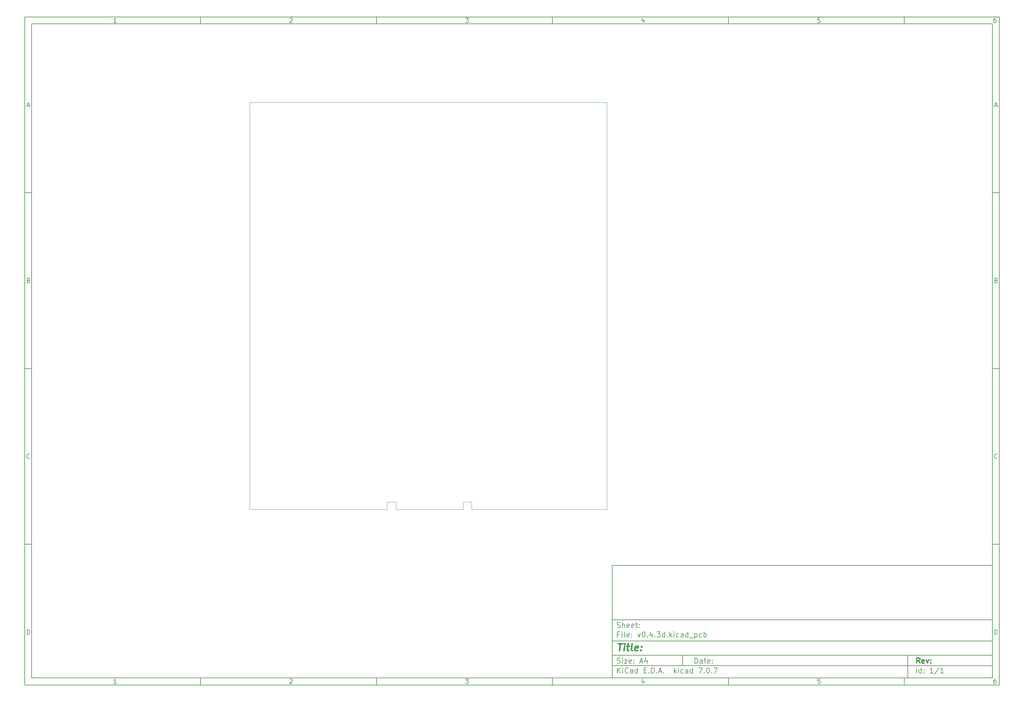
<source format=gbr>
%TF.GenerationSoftware,KiCad,Pcbnew,7.0.7*%
%TF.CreationDate,2024-10-02T11:43:54-03:00*%
%TF.ProjectId,v0.4.3d,76302e34-2e33-4642-9e6b-696361645f70,rev?*%
%TF.SameCoordinates,Original*%
%TF.FileFunction,Profile,NP*%
%FSLAX46Y46*%
G04 Gerber Fmt 4.6, Leading zero omitted, Abs format (unit mm)*
G04 Created by KiCad (PCBNEW 7.0.7) date 2024-10-02 11:43:54*
%MOMM*%
%LPD*%
G01*
G04 APERTURE LIST*
%ADD10C,0.100000*%
%ADD11C,0.150000*%
%ADD12C,0.300000*%
%ADD13C,0.400000*%
%TA.AperFunction,Profile*%
%ADD14C,0.050000*%
%TD*%
G04 APERTURE END LIST*
D10*
D11*
X177002200Y-166007200D02*
X285002200Y-166007200D01*
X285002200Y-198007200D01*
X177002200Y-198007200D01*
X177002200Y-166007200D01*
D10*
D11*
X10000000Y-10000000D02*
X287002200Y-10000000D01*
X287002200Y-200007200D01*
X10000000Y-200007200D01*
X10000000Y-10000000D01*
D10*
D11*
X12000000Y-12000000D02*
X285002200Y-12000000D01*
X285002200Y-198007200D01*
X12000000Y-198007200D01*
X12000000Y-12000000D01*
D10*
D11*
X60000000Y-12000000D02*
X60000000Y-10000000D01*
D10*
D11*
X110000000Y-12000000D02*
X110000000Y-10000000D01*
D10*
D11*
X160000000Y-12000000D02*
X160000000Y-10000000D01*
D10*
D11*
X210000000Y-12000000D02*
X210000000Y-10000000D01*
D10*
D11*
X260000000Y-12000000D02*
X260000000Y-10000000D01*
D10*
D11*
X36089160Y-11593604D02*
X35346303Y-11593604D01*
X35717731Y-11593604D02*
X35717731Y-10293604D01*
X35717731Y-10293604D02*
X35593922Y-10479319D01*
X35593922Y-10479319D02*
X35470112Y-10603128D01*
X35470112Y-10603128D02*
X35346303Y-10665033D01*
D10*
D11*
X85346303Y-10417414D02*
X85408207Y-10355509D01*
X85408207Y-10355509D02*
X85532017Y-10293604D01*
X85532017Y-10293604D02*
X85841541Y-10293604D01*
X85841541Y-10293604D02*
X85965350Y-10355509D01*
X85965350Y-10355509D02*
X86027255Y-10417414D01*
X86027255Y-10417414D02*
X86089160Y-10541223D01*
X86089160Y-10541223D02*
X86089160Y-10665033D01*
X86089160Y-10665033D02*
X86027255Y-10850747D01*
X86027255Y-10850747D02*
X85284398Y-11593604D01*
X85284398Y-11593604D02*
X86089160Y-11593604D01*
D10*
D11*
X135284398Y-10293604D02*
X136089160Y-10293604D01*
X136089160Y-10293604D02*
X135655826Y-10788842D01*
X135655826Y-10788842D02*
X135841541Y-10788842D01*
X135841541Y-10788842D02*
X135965350Y-10850747D01*
X135965350Y-10850747D02*
X136027255Y-10912652D01*
X136027255Y-10912652D02*
X136089160Y-11036461D01*
X136089160Y-11036461D02*
X136089160Y-11345985D01*
X136089160Y-11345985D02*
X136027255Y-11469795D01*
X136027255Y-11469795D02*
X135965350Y-11531700D01*
X135965350Y-11531700D02*
X135841541Y-11593604D01*
X135841541Y-11593604D02*
X135470112Y-11593604D01*
X135470112Y-11593604D02*
X135346303Y-11531700D01*
X135346303Y-11531700D02*
X135284398Y-11469795D01*
D10*
D11*
X185965350Y-10726938D02*
X185965350Y-11593604D01*
X185655826Y-10231700D02*
X185346303Y-11160271D01*
X185346303Y-11160271D02*
X186151064Y-11160271D01*
D10*
D11*
X236027255Y-10293604D02*
X235408207Y-10293604D01*
X235408207Y-10293604D02*
X235346303Y-10912652D01*
X235346303Y-10912652D02*
X235408207Y-10850747D01*
X235408207Y-10850747D02*
X235532017Y-10788842D01*
X235532017Y-10788842D02*
X235841541Y-10788842D01*
X235841541Y-10788842D02*
X235965350Y-10850747D01*
X235965350Y-10850747D02*
X236027255Y-10912652D01*
X236027255Y-10912652D02*
X236089160Y-11036461D01*
X236089160Y-11036461D02*
X236089160Y-11345985D01*
X236089160Y-11345985D02*
X236027255Y-11469795D01*
X236027255Y-11469795D02*
X235965350Y-11531700D01*
X235965350Y-11531700D02*
X235841541Y-11593604D01*
X235841541Y-11593604D02*
X235532017Y-11593604D01*
X235532017Y-11593604D02*
X235408207Y-11531700D01*
X235408207Y-11531700D02*
X235346303Y-11469795D01*
D10*
D11*
X285965350Y-10293604D02*
X285717731Y-10293604D01*
X285717731Y-10293604D02*
X285593922Y-10355509D01*
X285593922Y-10355509D02*
X285532017Y-10417414D01*
X285532017Y-10417414D02*
X285408207Y-10603128D01*
X285408207Y-10603128D02*
X285346303Y-10850747D01*
X285346303Y-10850747D02*
X285346303Y-11345985D01*
X285346303Y-11345985D02*
X285408207Y-11469795D01*
X285408207Y-11469795D02*
X285470112Y-11531700D01*
X285470112Y-11531700D02*
X285593922Y-11593604D01*
X285593922Y-11593604D02*
X285841541Y-11593604D01*
X285841541Y-11593604D02*
X285965350Y-11531700D01*
X285965350Y-11531700D02*
X286027255Y-11469795D01*
X286027255Y-11469795D02*
X286089160Y-11345985D01*
X286089160Y-11345985D02*
X286089160Y-11036461D01*
X286089160Y-11036461D02*
X286027255Y-10912652D01*
X286027255Y-10912652D02*
X285965350Y-10850747D01*
X285965350Y-10850747D02*
X285841541Y-10788842D01*
X285841541Y-10788842D02*
X285593922Y-10788842D01*
X285593922Y-10788842D02*
X285470112Y-10850747D01*
X285470112Y-10850747D02*
X285408207Y-10912652D01*
X285408207Y-10912652D02*
X285346303Y-11036461D01*
D10*
D11*
X60000000Y-198007200D02*
X60000000Y-200007200D01*
D10*
D11*
X110000000Y-198007200D02*
X110000000Y-200007200D01*
D10*
D11*
X160000000Y-198007200D02*
X160000000Y-200007200D01*
D10*
D11*
X210000000Y-198007200D02*
X210000000Y-200007200D01*
D10*
D11*
X260000000Y-198007200D02*
X260000000Y-200007200D01*
D10*
D11*
X36089160Y-199600804D02*
X35346303Y-199600804D01*
X35717731Y-199600804D02*
X35717731Y-198300804D01*
X35717731Y-198300804D02*
X35593922Y-198486519D01*
X35593922Y-198486519D02*
X35470112Y-198610328D01*
X35470112Y-198610328D02*
X35346303Y-198672233D01*
D10*
D11*
X85346303Y-198424614D02*
X85408207Y-198362709D01*
X85408207Y-198362709D02*
X85532017Y-198300804D01*
X85532017Y-198300804D02*
X85841541Y-198300804D01*
X85841541Y-198300804D02*
X85965350Y-198362709D01*
X85965350Y-198362709D02*
X86027255Y-198424614D01*
X86027255Y-198424614D02*
X86089160Y-198548423D01*
X86089160Y-198548423D02*
X86089160Y-198672233D01*
X86089160Y-198672233D02*
X86027255Y-198857947D01*
X86027255Y-198857947D02*
X85284398Y-199600804D01*
X85284398Y-199600804D02*
X86089160Y-199600804D01*
D10*
D11*
X135284398Y-198300804D02*
X136089160Y-198300804D01*
X136089160Y-198300804D02*
X135655826Y-198796042D01*
X135655826Y-198796042D02*
X135841541Y-198796042D01*
X135841541Y-198796042D02*
X135965350Y-198857947D01*
X135965350Y-198857947D02*
X136027255Y-198919852D01*
X136027255Y-198919852D02*
X136089160Y-199043661D01*
X136089160Y-199043661D02*
X136089160Y-199353185D01*
X136089160Y-199353185D02*
X136027255Y-199476995D01*
X136027255Y-199476995D02*
X135965350Y-199538900D01*
X135965350Y-199538900D02*
X135841541Y-199600804D01*
X135841541Y-199600804D02*
X135470112Y-199600804D01*
X135470112Y-199600804D02*
X135346303Y-199538900D01*
X135346303Y-199538900D02*
X135284398Y-199476995D01*
D10*
D11*
X185965350Y-198734138D02*
X185965350Y-199600804D01*
X185655826Y-198238900D02*
X185346303Y-199167471D01*
X185346303Y-199167471D02*
X186151064Y-199167471D01*
D10*
D11*
X236027255Y-198300804D02*
X235408207Y-198300804D01*
X235408207Y-198300804D02*
X235346303Y-198919852D01*
X235346303Y-198919852D02*
X235408207Y-198857947D01*
X235408207Y-198857947D02*
X235532017Y-198796042D01*
X235532017Y-198796042D02*
X235841541Y-198796042D01*
X235841541Y-198796042D02*
X235965350Y-198857947D01*
X235965350Y-198857947D02*
X236027255Y-198919852D01*
X236027255Y-198919852D02*
X236089160Y-199043661D01*
X236089160Y-199043661D02*
X236089160Y-199353185D01*
X236089160Y-199353185D02*
X236027255Y-199476995D01*
X236027255Y-199476995D02*
X235965350Y-199538900D01*
X235965350Y-199538900D02*
X235841541Y-199600804D01*
X235841541Y-199600804D02*
X235532017Y-199600804D01*
X235532017Y-199600804D02*
X235408207Y-199538900D01*
X235408207Y-199538900D02*
X235346303Y-199476995D01*
D10*
D11*
X285965350Y-198300804D02*
X285717731Y-198300804D01*
X285717731Y-198300804D02*
X285593922Y-198362709D01*
X285593922Y-198362709D02*
X285532017Y-198424614D01*
X285532017Y-198424614D02*
X285408207Y-198610328D01*
X285408207Y-198610328D02*
X285346303Y-198857947D01*
X285346303Y-198857947D02*
X285346303Y-199353185D01*
X285346303Y-199353185D02*
X285408207Y-199476995D01*
X285408207Y-199476995D02*
X285470112Y-199538900D01*
X285470112Y-199538900D02*
X285593922Y-199600804D01*
X285593922Y-199600804D02*
X285841541Y-199600804D01*
X285841541Y-199600804D02*
X285965350Y-199538900D01*
X285965350Y-199538900D02*
X286027255Y-199476995D01*
X286027255Y-199476995D02*
X286089160Y-199353185D01*
X286089160Y-199353185D02*
X286089160Y-199043661D01*
X286089160Y-199043661D02*
X286027255Y-198919852D01*
X286027255Y-198919852D02*
X285965350Y-198857947D01*
X285965350Y-198857947D02*
X285841541Y-198796042D01*
X285841541Y-198796042D02*
X285593922Y-198796042D01*
X285593922Y-198796042D02*
X285470112Y-198857947D01*
X285470112Y-198857947D02*
X285408207Y-198919852D01*
X285408207Y-198919852D02*
X285346303Y-199043661D01*
D10*
D11*
X10000000Y-60000000D02*
X12000000Y-60000000D01*
D10*
D11*
X10000000Y-110000000D02*
X12000000Y-110000000D01*
D10*
D11*
X10000000Y-160000000D02*
X12000000Y-160000000D01*
D10*
D11*
X10690476Y-35222176D02*
X11309523Y-35222176D01*
X10566666Y-35593604D02*
X10999999Y-34293604D01*
X10999999Y-34293604D02*
X11433333Y-35593604D01*
D10*
D11*
X11092857Y-84912652D02*
X11278571Y-84974557D01*
X11278571Y-84974557D02*
X11340476Y-85036461D01*
X11340476Y-85036461D02*
X11402380Y-85160271D01*
X11402380Y-85160271D02*
X11402380Y-85345985D01*
X11402380Y-85345985D02*
X11340476Y-85469795D01*
X11340476Y-85469795D02*
X11278571Y-85531700D01*
X11278571Y-85531700D02*
X11154761Y-85593604D01*
X11154761Y-85593604D02*
X10659523Y-85593604D01*
X10659523Y-85593604D02*
X10659523Y-84293604D01*
X10659523Y-84293604D02*
X11092857Y-84293604D01*
X11092857Y-84293604D02*
X11216666Y-84355509D01*
X11216666Y-84355509D02*
X11278571Y-84417414D01*
X11278571Y-84417414D02*
X11340476Y-84541223D01*
X11340476Y-84541223D02*
X11340476Y-84665033D01*
X11340476Y-84665033D02*
X11278571Y-84788842D01*
X11278571Y-84788842D02*
X11216666Y-84850747D01*
X11216666Y-84850747D02*
X11092857Y-84912652D01*
X11092857Y-84912652D02*
X10659523Y-84912652D01*
D10*
D11*
X11402380Y-135469795D02*
X11340476Y-135531700D01*
X11340476Y-135531700D02*
X11154761Y-135593604D01*
X11154761Y-135593604D02*
X11030952Y-135593604D01*
X11030952Y-135593604D02*
X10845238Y-135531700D01*
X10845238Y-135531700D02*
X10721428Y-135407890D01*
X10721428Y-135407890D02*
X10659523Y-135284080D01*
X10659523Y-135284080D02*
X10597619Y-135036461D01*
X10597619Y-135036461D02*
X10597619Y-134850747D01*
X10597619Y-134850747D02*
X10659523Y-134603128D01*
X10659523Y-134603128D02*
X10721428Y-134479319D01*
X10721428Y-134479319D02*
X10845238Y-134355509D01*
X10845238Y-134355509D02*
X11030952Y-134293604D01*
X11030952Y-134293604D02*
X11154761Y-134293604D01*
X11154761Y-134293604D02*
X11340476Y-134355509D01*
X11340476Y-134355509D02*
X11402380Y-134417414D01*
D10*
D11*
X10659523Y-185593604D02*
X10659523Y-184293604D01*
X10659523Y-184293604D02*
X10969047Y-184293604D01*
X10969047Y-184293604D02*
X11154761Y-184355509D01*
X11154761Y-184355509D02*
X11278571Y-184479319D01*
X11278571Y-184479319D02*
X11340476Y-184603128D01*
X11340476Y-184603128D02*
X11402380Y-184850747D01*
X11402380Y-184850747D02*
X11402380Y-185036461D01*
X11402380Y-185036461D02*
X11340476Y-185284080D01*
X11340476Y-185284080D02*
X11278571Y-185407890D01*
X11278571Y-185407890D02*
X11154761Y-185531700D01*
X11154761Y-185531700D02*
X10969047Y-185593604D01*
X10969047Y-185593604D02*
X10659523Y-185593604D01*
D10*
D11*
X287002200Y-60000000D02*
X285002200Y-60000000D01*
D10*
D11*
X287002200Y-110000000D02*
X285002200Y-110000000D01*
D10*
D11*
X287002200Y-160000000D02*
X285002200Y-160000000D01*
D10*
D11*
X285692676Y-35222176D02*
X286311723Y-35222176D01*
X285568866Y-35593604D02*
X286002199Y-34293604D01*
X286002199Y-34293604D02*
X286435533Y-35593604D01*
D10*
D11*
X286095057Y-84912652D02*
X286280771Y-84974557D01*
X286280771Y-84974557D02*
X286342676Y-85036461D01*
X286342676Y-85036461D02*
X286404580Y-85160271D01*
X286404580Y-85160271D02*
X286404580Y-85345985D01*
X286404580Y-85345985D02*
X286342676Y-85469795D01*
X286342676Y-85469795D02*
X286280771Y-85531700D01*
X286280771Y-85531700D02*
X286156961Y-85593604D01*
X286156961Y-85593604D02*
X285661723Y-85593604D01*
X285661723Y-85593604D02*
X285661723Y-84293604D01*
X285661723Y-84293604D02*
X286095057Y-84293604D01*
X286095057Y-84293604D02*
X286218866Y-84355509D01*
X286218866Y-84355509D02*
X286280771Y-84417414D01*
X286280771Y-84417414D02*
X286342676Y-84541223D01*
X286342676Y-84541223D02*
X286342676Y-84665033D01*
X286342676Y-84665033D02*
X286280771Y-84788842D01*
X286280771Y-84788842D02*
X286218866Y-84850747D01*
X286218866Y-84850747D02*
X286095057Y-84912652D01*
X286095057Y-84912652D02*
X285661723Y-84912652D01*
D10*
D11*
X286404580Y-135469795D02*
X286342676Y-135531700D01*
X286342676Y-135531700D02*
X286156961Y-135593604D01*
X286156961Y-135593604D02*
X286033152Y-135593604D01*
X286033152Y-135593604D02*
X285847438Y-135531700D01*
X285847438Y-135531700D02*
X285723628Y-135407890D01*
X285723628Y-135407890D02*
X285661723Y-135284080D01*
X285661723Y-135284080D02*
X285599819Y-135036461D01*
X285599819Y-135036461D02*
X285599819Y-134850747D01*
X285599819Y-134850747D02*
X285661723Y-134603128D01*
X285661723Y-134603128D02*
X285723628Y-134479319D01*
X285723628Y-134479319D02*
X285847438Y-134355509D01*
X285847438Y-134355509D02*
X286033152Y-134293604D01*
X286033152Y-134293604D02*
X286156961Y-134293604D01*
X286156961Y-134293604D02*
X286342676Y-134355509D01*
X286342676Y-134355509D02*
X286404580Y-134417414D01*
D10*
D11*
X285661723Y-185593604D02*
X285661723Y-184293604D01*
X285661723Y-184293604D02*
X285971247Y-184293604D01*
X285971247Y-184293604D02*
X286156961Y-184355509D01*
X286156961Y-184355509D02*
X286280771Y-184479319D01*
X286280771Y-184479319D02*
X286342676Y-184603128D01*
X286342676Y-184603128D02*
X286404580Y-184850747D01*
X286404580Y-184850747D02*
X286404580Y-185036461D01*
X286404580Y-185036461D02*
X286342676Y-185284080D01*
X286342676Y-185284080D02*
X286280771Y-185407890D01*
X286280771Y-185407890D02*
X286156961Y-185531700D01*
X286156961Y-185531700D02*
X285971247Y-185593604D01*
X285971247Y-185593604D02*
X285661723Y-185593604D01*
D10*
D11*
X200458026Y-193793328D02*
X200458026Y-192293328D01*
X200458026Y-192293328D02*
X200815169Y-192293328D01*
X200815169Y-192293328D02*
X201029455Y-192364757D01*
X201029455Y-192364757D02*
X201172312Y-192507614D01*
X201172312Y-192507614D02*
X201243741Y-192650471D01*
X201243741Y-192650471D02*
X201315169Y-192936185D01*
X201315169Y-192936185D02*
X201315169Y-193150471D01*
X201315169Y-193150471D02*
X201243741Y-193436185D01*
X201243741Y-193436185D02*
X201172312Y-193579042D01*
X201172312Y-193579042D02*
X201029455Y-193721900D01*
X201029455Y-193721900D02*
X200815169Y-193793328D01*
X200815169Y-193793328D02*
X200458026Y-193793328D01*
X202600884Y-193793328D02*
X202600884Y-193007614D01*
X202600884Y-193007614D02*
X202529455Y-192864757D01*
X202529455Y-192864757D02*
X202386598Y-192793328D01*
X202386598Y-192793328D02*
X202100884Y-192793328D01*
X202100884Y-192793328D02*
X201958026Y-192864757D01*
X202600884Y-193721900D02*
X202458026Y-193793328D01*
X202458026Y-193793328D02*
X202100884Y-193793328D01*
X202100884Y-193793328D02*
X201958026Y-193721900D01*
X201958026Y-193721900D02*
X201886598Y-193579042D01*
X201886598Y-193579042D02*
X201886598Y-193436185D01*
X201886598Y-193436185D02*
X201958026Y-193293328D01*
X201958026Y-193293328D02*
X202100884Y-193221900D01*
X202100884Y-193221900D02*
X202458026Y-193221900D01*
X202458026Y-193221900D02*
X202600884Y-193150471D01*
X203100884Y-192793328D02*
X203672312Y-192793328D01*
X203315169Y-192293328D02*
X203315169Y-193579042D01*
X203315169Y-193579042D02*
X203386598Y-193721900D01*
X203386598Y-193721900D02*
X203529455Y-193793328D01*
X203529455Y-193793328D02*
X203672312Y-193793328D01*
X204743741Y-193721900D02*
X204600884Y-193793328D01*
X204600884Y-193793328D02*
X204315170Y-193793328D01*
X204315170Y-193793328D02*
X204172312Y-193721900D01*
X204172312Y-193721900D02*
X204100884Y-193579042D01*
X204100884Y-193579042D02*
X204100884Y-193007614D01*
X204100884Y-193007614D02*
X204172312Y-192864757D01*
X204172312Y-192864757D02*
X204315170Y-192793328D01*
X204315170Y-192793328D02*
X204600884Y-192793328D01*
X204600884Y-192793328D02*
X204743741Y-192864757D01*
X204743741Y-192864757D02*
X204815170Y-193007614D01*
X204815170Y-193007614D02*
X204815170Y-193150471D01*
X204815170Y-193150471D02*
X204100884Y-193293328D01*
X205458026Y-193650471D02*
X205529455Y-193721900D01*
X205529455Y-193721900D02*
X205458026Y-193793328D01*
X205458026Y-193793328D02*
X205386598Y-193721900D01*
X205386598Y-193721900D02*
X205458026Y-193650471D01*
X205458026Y-193650471D02*
X205458026Y-193793328D01*
X205458026Y-192864757D02*
X205529455Y-192936185D01*
X205529455Y-192936185D02*
X205458026Y-193007614D01*
X205458026Y-193007614D02*
X205386598Y-192936185D01*
X205386598Y-192936185D02*
X205458026Y-192864757D01*
X205458026Y-192864757D02*
X205458026Y-193007614D01*
D10*
D11*
X177002200Y-194507200D02*
X285002200Y-194507200D01*
D10*
D11*
X178458026Y-196593328D02*
X178458026Y-195093328D01*
X179315169Y-196593328D02*
X178672312Y-195736185D01*
X179315169Y-195093328D02*
X178458026Y-195950471D01*
X179958026Y-196593328D02*
X179958026Y-195593328D01*
X179958026Y-195093328D02*
X179886598Y-195164757D01*
X179886598Y-195164757D02*
X179958026Y-195236185D01*
X179958026Y-195236185D02*
X180029455Y-195164757D01*
X180029455Y-195164757D02*
X179958026Y-195093328D01*
X179958026Y-195093328D02*
X179958026Y-195236185D01*
X181529455Y-196450471D02*
X181458027Y-196521900D01*
X181458027Y-196521900D02*
X181243741Y-196593328D01*
X181243741Y-196593328D02*
X181100884Y-196593328D01*
X181100884Y-196593328D02*
X180886598Y-196521900D01*
X180886598Y-196521900D02*
X180743741Y-196379042D01*
X180743741Y-196379042D02*
X180672312Y-196236185D01*
X180672312Y-196236185D02*
X180600884Y-195950471D01*
X180600884Y-195950471D02*
X180600884Y-195736185D01*
X180600884Y-195736185D02*
X180672312Y-195450471D01*
X180672312Y-195450471D02*
X180743741Y-195307614D01*
X180743741Y-195307614D02*
X180886598Y-195164757D01*
X180886598Y-195164757D02*
X181100884Y-195093328D01*
X181100884Y-195093328D02*
X181243741Y-195093328D01*
X181243741Y-195093328D02*
X181458027Y-195164757D01*
X181458027Y-195164757D02*
X181529455Y-195236185D01*
X182815170Y-196593328D02*
X182815170Y-195807614D01*
X182815170Y-195807614D02*
X182743741Y-195664757D01*
X182743741Y-195664757D02*
X182600884Y-195593328D01*
X182600884Y-195593328D02*
X182315170Y-195593328D01*
X182315170Y-195593328D02*
X182172312Y-195664757D01*
X182815170Y-196521900D02*
X182672312Y-196593328D01*
X182672312Y-196593328D02*
X182315170Y-196593328D01*
X182315170Y-196593328D02*
X182172312Y-196521900D01*
X182172312Y-196521900D02*
X182100884Y-196379042D01*
X182100884Y-196379042D02*
X182100884Y-196236185D01*
X182100884Y-196236185D02*
X182172312Y-196093328D01*
X182172312Y-196093328D02*
X182315170Y-196021900D01*
X182315170Y-196021900D02*
X182672312Y-196021900D01*
X182672312Y-196021900D02*
X182815170Y-195950471D01*
X184172313Y-196593328D02*
X184172313Y-195093328D01*
X184172313Y-196521900D02*
X184029455Y-196593328D01*
X184029455Y-196593328D02*
X183743741Y-196593328D01*
X183743741Y-196593328D02*
X183600884Y-196521900D01*
X183600884Y-196521900D02*
X183529455Y-196450471D01*
X183529455Y-196450471D02*
X183458027Y-196307614D01*
X183458027Y-196307614D02*
X183458027Y-195879042D01*
X183458027Y-195879042D02*
X183529455Y-195736185D01*
X183529455Y-195736185D02*
X183600884Y-195664757D01*
X183600884Y-195664757D02*
X183743741Y-195593328D01*
X183743741Y-195593328D02*
X184029455Y-195593328D01*
X184029455Y-195593328D02*
X184172313Y-195664757D01*
X186029455Y-195807614D02*
X186529455Y-195807614D01*
X186743741Y-196593328D02*
X186029455Y-196593328D01*
X186029455Y-196593328D02*
X186029455Y-195093328D01*
X186029455Y-195093328D02*
X186743741Y-195093328D01*
X187386598Y-196450471D02*
X187458027Y-196521900D01*
X187458027Y-196521900D02*
X187386598Y-196593328D01*
X187386598Y-196593328D02*
X187315170Y-196521900D01*
X187315170Y-196521900D02*
X187386598Y-196450471D01*
X187386598Y-196450471D02*
X187386598Y-196593328D01*
X188100884Y-196593328D02*
X188100884Y-195093328D01*
X188100884Y-195093328D02*
X188458027Y-195093328D01*
X188458027Y-195093328D02*
X188672313Y-195164757D01*
X188672313Y-195164757D02*
X188815170Y-195307614D01*
X188815170Y-195307614D02*
X188886599Y-195450471D01*
X188886599Y-195450471D02*
X188958027Y-195736185D01*
X188958027Y-195736185D02*
X188958027Y-195950471D01*
X188958027Y-195950471D02*
X188886599Y-196236185D01*
X188886599Y-196236185D02*
X188815170Y-196379042D01*
X188815170Y-196379042D02*
X188672313Y-196521900D01*
X188672313Y-196521900D02*
X188458027Y-196593328D01*
X188458027Y-196593328D02*
X188100884Y-196593328D01*
X189600884Y-196450471D02*
X189672313Y-196521900D01*
X189672313Y-196521900D02*
X189600884Y-196593328D01*
X189600884Y-196593328D02*
X189529456Y-196521900D01*
X189529456Y-196521900D02*
X189600884Y-196450471D01*
X189600884Y-196450471D02*
X189600884Y-196593328D01*
X190243742Y-196164757D02*
X190958028Y-196164757D01*
X190100885Y-196593328D02*
X190600885Y-195093328D01*
X190600885Y-195093328D02*
X191100885Y-196593328D01*
X191600884Y-196450471D02*
X191672313Y-196521900D01*
X191672313Y-196521900D02*
X191600884Y-196593328D01*
X191600884Y-196593328D02*
X191529456Y-196521900D01*
X191529456Y-196521900D02*
X191600884Y-196450471D01*
X191600884Y-196450471D02*
X191600884Y-196593328D01*
X194600884Y-196593328D02*
X194600884Y-195093328D01*
X194743742Y-196021900D02*
X195172313Y-196593328D01*
X195172313Y-195593328D02*
X194600884Y-196164757D01*
X195815170Y-196593328D02*
X195815170Y-195593328D01*
X195815170Y-195093328D02*
X195743742Y-195164757D01*
X195743742Y-195164757D02*
X195815170Y-195236185D01*
X195815170Y-195236185D02*
X195886599Y-195164757D01*
X195886599Y-195164757D02*
X195815170Y-195093328D01*
X195815170Y-195093328D02*
X195815170Y-195236185D01*
X197172314Y-196521900D02*
X197029456Y-196593328D01*
X197029456Y-196593328D02*
X196743742Y-196593328D01*
X196743742Y-196593328D02*
X196600885Y-196521900D01*
X196600885Y-196521900D02*
X196529456Y-196450471D01*
X196529456Y-196450471D02*
X196458028Y-196307614D01*
X196458028Y-196307614D02*
X196458028Y-195879042D01*
X196458028Y-195879042D02*
X196529456Y-195736185D01*
X196529456Y-195736185D02*
X196600885Y-195664757D01*
X196600885Y-195664757D02*
X196743742Y-195593328D01*
X196743742Y-195593328D02*
X197029456Y-195593328D01*
X197029456Y-195593328D02*
X197172314Y-195664757D01*
X198458028Y-196593328D02*
X198458028Y-195807614D01*
X198458028Y-195807614D02*
X198386599Y-195664757D01*
X198386599Y-195664757D02*
X198243742Y-195593328D01*
X198243742Y-195593328D02*
X197958028Y-195593328D01*
X197958028Y-195593328D02*
X197815170Y-195664757D01*
X198458028Y-196521900D02*
X198315170Y-196593328D01*
X198315170Y-196593328D02*
X197958028Y-196593328D01*
X197958028Y-196593328D02*
X197815170Y-196521900D01*
X197815170Y-196521900D02*
X197743742Y-196379042D01*
X197743742Y-196379042D02*
X197743742Y-196236185D01*
X197743742Y-196236185D02*
X197815170Y-196093328D01*
X197815170Y-196093328D02*
X197958028Y-196021900D01*
X197958028Y-196021900D02*
X198315170Y-196021900D01*
X198315170Y-196021900D02*
X198458028Y-195950471D01*
X199815171Y-196593328D02*
X199815171Y-195093328D01*
X199815171Y-196521900D02*
X199672313Y-196593328D01*
X199672313Y-196593328D02*
X199386599Y-196593328D01*
X199386599Y-196593328D02*
X199243742Y-196521900D01*
X199243742Y-196521900D02*
X199172313Y-196450471D01*
X199172313Y-196450471D02*
X199100885Y-196307614D01*
X199100885Y-196307614D02*
X199100885Y-195879042D01*
X199100885Y-195879042D02*
X199172313Y-195736185D01*
X199172313Y-195736185D02*
X199243742Y-195664757D01*
X199243742Y-195664757D02*
X199386599Y-195593328D01*
X199386599Y-195593328D02*
X199672313Y-195593328D01*
X199672313Y-195593328D02*
X199815171Y-195664757D01*
X201529456Y-195093328D02*
X202529456Y-195093328D01*
X202529456Y-195093328D02*
X201886599Y-196593328D01*
X203100884Y-196450471D02*
X203172313Y-196521900D01*
X203172313Y-196521900D02*
X203100884Y-196593328D01*
X203100884Y-196593328D02*
X203029456Y-196521900D01*
X203029456Y-196521900D02*
X203100884Y-196450471D01*
X203100884Y-196450471D02*
X203100884Y-196593328D01*
X204100885Y-195093328D02*
X204243742Y-195093328D01*
X204243742Y-195093328D02*
X204386599Y-195164757D01*
X204386599Y-195164757D02*
X204458028Y-195236185D01*
X204458028Y-195236185D02*
X204529456Y-195379042D01*
X204529456Y-195379042D02*
X204600885Y-195664757D01*
X204600885Y-195664757D02*
X204600885Y-196021900D01*
X204600885Y-196021900D02*
X204529456Y-196307614D01*
X204529456Y-196307614D02*
X204458028Y-196450471D01*
X204458028Y-196450471D02*
X204386599Y-196521900D01*
X204386599Y-196521900D02*
X204243742Y-196593328D01*
X204243742Y-196593328D02*
X204100885Y-196593328D01*
X204100885Y-196593328D02*
X203958028Y-196521900D01*
X203958028Y-196521900D02*
X203886599Y-196450471D01*
X203886599Y-196450471D02*
X203815170Y-196307614D01*
X203815170Y-196307614D02*
X203743742Y-196021900D01*
X203743742Y-196021900D02*
X203743742Y-195664757D01*
X203743742Y-195664757D02*
X203815170Y-195379042D01*
X203815170Y-195379042D02*
X203886599Y-195236185D01*
X203886599Y-195236185D02*
X203958028Y-195164757D01*
X203958028Y-195164757D02*
X204100885Y-195093328D01*
X205243741Y-196450471D02*
X205315170Y-196521900D01*
X205315170Y-196521900D02*
X205243741Y-196593328D01*
X205243741Y-196593328D02*
X205172313Y-196521900D01*
X205172313Y-196521900D02*
X205243741Y-196450471D01*
X205243741Y-196450471D02*
X205243741Y-196593328D01*
X205815170Y-195093328D02*
X206815170Y-195093328D01*
X206815170Y-195093328D02*
X206172313Y-196593328D01*
D10*
D11*
X177002200Y-191507200D02*
X285002200Y-191507200D01*
D10*
D12*
X264413853Y-193785528D02*
X263913853Y-193071242D01*
X263556710Y-193785528D02*
X263556710Y-192285528D01*
X263556710Y-192285528D02*
X264128139Y-192285528D01*
X264128139Y-192285528D02*
X264270996Y-192356957D01*
X264270996Y-192356957D02*
X264342425Y-192428385D01*
X264342425Y-192428385D02*
X264413853Y-192571242D01*
X264413853Y-192571242D02*
X264413853Y-192785528D01*
X264413853Y-192785528D02*
X264342425Y-192928385D01*
X264342425Y-192928385D02*
X264270996Y-192999814D01*
X264270996Y-192999814D02*
X264128139Y-193071242D01*
X264128139Y-193071242D02*
X263556710Y-193071242D01*
X265628139Y-193714100D02*
X265485282Y-193785528D01*
X265485282Y-193785528D02*
X265199568Y-193785528D01*
X265199568Y-193785528D02*
X265056710Y-193714100D01*
X265056710Y-193714100D02*
X264985282Y-193571242D01*
X264985282Y-193571242D02*
X264985282Y-192999814D01*
X264985282Y-192999814D02*
X265056710Y-192856957D01*
X265056710Y-192856957D02*
X265199568Y-192785528D01*
X265199568Y-192785528D02*
X265485282Y-192785528D01*
X265485282Y-192785528D02*
X265628139Y-192856957D01*
X265628139Y-192856957D02*
X265699568Y-192999814D01*
X265699568Y-192999814D02*
X265699568Y-193142671D01*
X265699568Y-193142671D02*
X264985282Y-193285528D01*
X266199567Y-192785528D02*
X266556710Y-193785528D01*
X266556710Y-193785528D02*
X266913853Y-192785528D01*
X267485281Y-193642671D02*
X267556710Y-193714100D01*
X267556710Y-193714100D02*
X267485281Y-193785528D01*
X267485281Y-193785528D02*
X267413853Y-193714100D01*
X267413853Y-193714100D02*
X267485281Y-193642671D01*
X267485281Y-193642671D02*
X267485281Y-193785528D01*
X267485281Y-192856957D02*
X267556710Y-192928385D01*
X267556710Y-192928385D02*
X267485281Y-192999814D01*
X267485281Y-192999814D02*
X267413853Y-192928385D01*
X267413853Y-192928385D02*
X267485281Y-192856957D01*
X267485281Y-192856957D02*
X267485281Y-192999814D01*
D10*
D11*
X178386598Y-193721900D02*
X178600884Y-193793328D01*
X178600884Y-193793328D02*
X178958026Y-193793328D01*
X178958026Y-193793328D02*
X179100884Y-193721900D01*
X179100884Y-193721900D02*
X179172312Y-193650471D01*
X179172312Y-193650471D02*
X179243741Y-193507614D01*
X179243741Y-193507614D02*
X179243741Y-193364757D01*
X179243741Y-193364757D02*
X179172312Y-193221900D01*
X179172312Y-193221900D02*
X179100884Y-193150471D01*
X179100884Y-193150471D02*
X178958026Y-193079042D01*
X178958026Y-193079042D02*
X178672312Y-193007614D01*
X178672312Y-193007614D02*
X178529455Y-192936185D01*
X178529455Y-192936185D02*
X178458026Y-192864757D01*
X178458026Y-192864757D02*
X178386598Y-192721900D01*
X178386598Y-192721900D02*
X178386598Y-192579042D01*
X178386598Y-192579042D02*
X178458026Y-192436185D01*
X178458026Y-192436185D02*
X178529455Y-192364757D01*
X178529455Y-192364757D02*
X178672312Y-192293328D01*
X178672312Y-192293328D02*
X179029455Y-192293328D01*
X179029455Y-192293328D02*
X179243741Y-192364757D01*
X179886597Y-193793328D02*
X179886597Y-192793328D01*
X179886597Y-192293328D02*
X179815169Y-192364757D01*
X179815169Y-192364757D02*
X179886597Y-192436185D01*
X179886597Y-192436185D02*
X179958026Y-192364757D01*
X179958026Y-192364757D02*
X179886597Y-192293328D01*
X179886597Y-192293328D02*
X179886597Y-192436185D01*
X180458026Y-192793328D02*
X181243741Y-192793328D01*
X181243741Y-192793328D02*
X180458026Y-193793328D01*
X180458026Y-193793328D02*
X181243741Y-193793328D01*
X182386598Y-193721900D02*
X182243741Y-193793328D01*
X182243741Y-193793328D02*
X181958027Y-193793328D01*
X181958027Y-193793328D02*
X181815169Y-193721900D01*
X181815169Y-193721900D02*
X181743741Y-193579042D01*
X181743741Y-193579042D02*
X181743741Y-193007614D01*
X181743741Y-193007614D02*
X181815169Y-192864757D01*
X181815169Y-192864757D02*
X181958027Y-192793328D01*
X181958027Y-192793328D02*
X182243741Y-192793328D01*
X182243741Y-192793328D02*
X182386598Y-192864757D01*
X182386598Y-192864757D02*
X182458027Y-193007614D01*
X182458027Y-193007614D02*
X182458027Y-193150471D01*
X182458027Y-193150471D02*
X181743741Y-193293328D01*
X183100883Y-193650471D02*
X183172312Y-193721900D01*
X183172312Y-193721900D02*
X183100883Y-193793328D01*
X183100883Y-193793328D02*
X183029455Y-193721900D01*
X183029455Y-193721900D02*
X183100883Y-193650471D01*
X183100883Y-193650471D02*
X183100883Y-193793328D01*
X183100883Y-192864757D02*
X183172312Y-192936185D01*
X183172312Y-192936185D02*
X183100883Y-193007614D01*
X183100883Y-193007614D02*
X183029455Y-192936185D01*
X183029455Y-192936185D02*
X183100883Y-192864757D01*
X183100883Y-192864757D02*
X183100883Y-193007614D01*
X184886598Y-193364757D02*
X185600884Y-193364757D01*
X184743741Y-193793328D02*
X185243741Y-192293328D01*
X185243741Y-192293328D02*
X185743741Y-193793328D01*
X186886598Y-192793328D02*
X186886598Y-193793328D01*
X186529455Y-192221900D02*
X186172312Y-193293328D01*
X186172312Y-193293328D02*
X187100883Y-193293328D01*
D10*
D11*
X263458026Y-196593328D02*
X263458026Y-195093328D01*
X264815170Y-196593328D02*
X264815170Y-195093328D01*
X264815170Y-196521900D02*
X264672312Y-196593328D01*
X264672312Y-196593328D02*
X264386598Y-196593328D01*
X264386598Y-196593328D02*
X264243741Y-196521900D01*
X264243741Y-196521900D02*
X264172312Y-196450471D01*
X264172312Y-196450471D02*
X264100884Y-196307614D01*
X264100884Y-196307614D02*
X264100884Y-195879042D01*
X264100884Y-195879042D02*
X264172312Y-195736185D01*
X264172312Y-195736185D02*
X264243741Y-195664757D01*
X264243741Y-195664757D02*
X264386598Y-195593328D01*
X264386598Y-195593328D02*
X264672312Y-195593328D01*
X264672312Y-195593328D02*
X264815170Y-195664757D01*
X265529455Y-196450471D02*
X265600884Y-196521900D01*
X265600884Y-196521900D02*
X265529455Y-196593328D01*
X265529455Y-196593328D02*
X265458027Y-196521900D01*
X265458027Y-196521900D02*
X265529455Y-196450471D01*
X265529455Y-196450471D02*
X265529455Y-196593328D01*
X265529455Y-195664757D02*
X265600884Y-195736185D01*
X265600884Y-195736185D02*
X265529455Y-195807614D01*
X265529455Y-195807614D02*
X265458027Y-195736185D01*
X265458027Y-195736185D02*
X265529455Y-195664757D01*
X265529455Y-195664757D02*
X265529455Y-195807614D01*
X268172313Y-196593328D02*
X267315170Y-196593328D01*
X267743741Y-196593328D02*
X267743741Y-195093328D01*
X267743741Y-195093328D02*
X267600884Y-195307614D01*
X267600884Y-195307614D02*
X267458027Y-195450471D01*
X267458027Y-195450471D02*
X267315170Y-195521900D01*
X269886598Y-195021900D02*
X268600884Y-196950471D01*
X271172313Y-196593328D02*
X270315170Y-196593328D01*
X270743741Y-196593328D02*
X270743741Y-195093328D01*
X270743741Y-195093328D02*
X270600884Y-195307614D01*
X270600884Y-195307614D02*
X270458027Y-195450471D01*
X270458027Y-195450471D02*
X270315170Y-195521900D01*
D10*
D11*
X177002200Y-187507200D02*
X285002200Y-187507200D01*
D10*
D13*
X178693928Y-188211638D02*
X179836785Y-188211638D01*
X179015357Y-190211638D02*
X179265357Y-188211638D01*
X180253452Y-190211638D02*
X180420119Y-188878304D01*
X180503452Y-188211638D02*
X180396309Y-188306876D01*
X180396309Y-188306876D02*
X180479643Y-188402114D01*
X180479643Y-188402114D02*
X180586786Y-188306876D01*
X180586786Y-188306876D02*
X180503452Y-188211638D01*
X180503452Y-188211638D02*
X180479643Y-188402114D01*
X181086786Y-188878304D02*
X181848690Y-188878304D01*
X181455833Y-188211638D02*
X181241548Y-189925923D01*
X181241548Y-189925923D02*
X181312976Y-190116400D01*
X181312976Y-190116400D02*
X181491548Y-190211638D01*
X181491548Y-190211638D02*
X181682024Y-190211638D01*
X182634405Y-190211638D02*
X182455833Y-190116400D01*
X182455833Y-190116400D02*
X182384405Y-189925923D01*
X182384405Y-189925923D02*
X182598690Y-188211638D01*
X184170119Y-190116400D02*
X183967738Y-190211638D01*
X183967738Y-190211638D02*
X183586785Y-190211638D01*
X183586785Y-190211638D02*
X183408214Y-190116400D01*
X183408214Y-190116400D02*
X183336785Y-189925923D01*
X183336785Y-189925923D02*
X183432024Y-189164019D01*
X183432024Y-189164019D02*
X183551071Y-188973542D01*
X183551071Y-188973542D02*
X183753452Y-188878304D01*
X183753452Y-188878304D02*
X184134404Y-188878304D01*
X184134404Y-188878304D02*
X184312976Y-188973542D01*
X184312976Y-188973542D02*
X184384404Y-189164019D01*
X184384404Y-189164019D02*
X184360595Y-189354495D01*
X184360595Y-189354495D02*
X183384404Y-189544971D01*
X185134405Y-190021161D02*
X185217738Y-190116400D01*
X185217738Y-190116400D02*
X185110595Y-190211638D01*
X185110595Y-190211638D02*
X185027262Y-190116400D01*
X185027262Y-190116400D02*
X185134405Y-190021161D01*
X185134405Y-190021161D02*
X185110595Y-190211638D01*
X185265357Y-188973542D02*
X185348690Y-189068780D01*
X185348690Y-189068780D02*
X185241548Y-189164019D01*
X185241548Y-189164019D02*
X185158214Y-189068780D01*
X185158214Y-189068780D02*
X185265357Y-188973542D01*
X185265357Y-188973542D02*
X185241548Y-189164019D01*
D10*
D11*
X178958026Y-185607614D02*
X178458026Y-185607614D01*
X178458026Y-186393328D02*
X178458026Y-184893328D01*
X178458026Y-184893328D02*
X179172312Y-184893328D01*
X179743740Y-186393328D02*
X179743740Y-185393328D01*
X179743740Y-184893328D02*
X179672312Y-184964757D01*
X179672312Y-184964757D02*
X179743740Y-185036185D01*
X179743740Y-185036185D02*
X179815169Y-184964757D01*
X179815169Y-184964757D02*
X179743740Y-184893328D01*
X179743740Y-184893328D02*
X179743740Y-185036185D01*
X180672312Y-186393328D02*
X180529455Y-186321900D01*
X180529455Y-186321900D02*
X180458026Y-186179042D01*
X180458026Y-186179042D02*
X180458026Y-184893328D01*
X181815169Y-186321900D02*
X181672312Y-186393328D01*
X181672312Y-186393328D02*
X181386598Y-186393328D01*
X181386598Y-186393328D02*
X181243740Y-186321900D01*
X181243740Y-186321900D02*
X181172312Y-186179042D01*
X181172312Y-186179042D02*
X181172312Y-185607614D01*
X181172312Y-185607614D02*
X181243740Y-185464757D01*
X181243740Y-185464757D02*
X181386598Y-185393328D01*
X181386598Y-185393328D02*
X181672312Y-185393328D01*
X181672312Y-185393328D02*
X181815169Y-185464757D01*
X181815169Y-185464757D02*
X181886598Y-185607614D01*
X181886598Y-185607614D02*
X181886598Y-185750471D01*
X181886598Y-185750471D02*
X181172312Y-185893328D01*
X182529454Y-186250471D02*
X182600883Y-186321900D01*
X182600883Y-186321900D02*
X182529454Y-186393328D01*
X182529454Y-186393328D02*
X182458026Y-186321900D01*
X182458026Y-186321900D02*
X182529454Y-186250471D01*
X182529454Y-186250471D02*
X182529454Y-186393328D01*
X182529454Y-185464757D02*
X182600883Y-185536185D01*
X182600883Y-185536185D02*
X182529454Y-185607614D01*
X182529454Y-185607614D02*
X182458026Y-185536185D01*
X182458026Y-185536185D02*
X182529454Y-185464757D01*
X182529454Y-185464757D02*
X182529454Y-185607614D01*
X184243740Y-185393328D02*
X184600883Y-186393328D01*
X184600883Y-186393328D02*
X184958026Y-185393328D01*
X185815169Y-184893328D02*
X185958026Y-184893328D01*
X185958026Y-184893328D02*
X186100883Y-184964757D01*
X186100883Y-184964757D02*
X186172312Y-185036185D01*
X186172312Y-185036185D02*
X186243740Y-185179042D01*
X186243740Y-185179042D02*
X186315169Y-185464757D01*
X186315169Y-185464757D02*
X186315169Y-185821900D01*
X186315169Y-185821900D02*
X186243740Y-186107614D01*
X186243740Y-186107614D02*
X186172312Y-186250471D01*
X186172312Y-186250471D02*
X186100883Y-186321900D01*
X186100883Y-186321900D02*
X185958026Y-186393328D01*
X185958026Y-186393328D02*
X185815169Y-186393328D01*
X185815169Y-186393328D02*
X185672312Y-186321900D01*
X185672312Y-186321900D02*
X185600883Y-186250471D01*
X185600883Y-186250471D02*
X185529454Y-186107614D01*
X185529454Y-186107614D02*
X185458026Y-185821900D01*
X185458026Y-185821900D02*
X185458026Y-185464757D01*
X185458026Y-185464757D02*
X185529454Y-185179042D01*
X185529454Y-185179042D02*
X185600883Y-185036185D01*
X185600883Y-185036185D02*
X185672312Y-184964757D01*
X185672312Y-184964757D02*
X185815169Y-184893328D01*
X186958025Y-186250471D02*
X187029454Y-186321900D01*
X187029454Y-186321900D02*
X186958025Y-186393328D01*
X186958025Y-186393328D02*
X186886597Y-186321900D01*
X186886597Y-186321900D02*
X186958025Y-186250471D01*
X186958025Y-186250471D02*
X186958025Y-186393328D01*
X188315169Y-185393328D02*
X188315169Y-186393328D01*
X187958026Y-184821900D02*
X187600883Y-185893328D01*
X187600883Y-185893328D02*
X188529454Y-185893328D01*
X189100882Y-186250471D02*
X189172311Y-186321900D01*
X189172311Y-186321900D02*
X189100882Y-186393328D01*
X189100882Y-186393328D02*
X189029454Y-186321900D01*
X189029454Y-186321900D02*
X189100882Y-186250471D01*
X189100882Y-186250471D02*
X189100882Y-186393328D01*
X189672311Y-184893328D02*
X190600883Y-184893328D01*
X190600883Y-184893328D02*
X190100883Y-185464757D01*
X190100883Y-185464757D02*
X190315168Y-185464757D01*
X190315168Y-185464757D02*
X190458026Y-185536185D01*
X190458026Y-185536185D02*
X190529454Y-185607614D01*
X190529454Y-185607614D02*
X190600883Y-185750471D01*
X190600883Y-185750471D02*
X190600883Y-186107614D01*
X190600883Y-186107614D02*
X190529454Y-186250471D01*
X190529454Y-186250471D02*
X190458026Y-186321900D01*
X190458026Y-186321900D02*
X190315168Y-186393328D01*
X190315168Y-186393328D02*
X189886597Y-186393328D01*
X189886597Y-186393328D02*
X189743740Y-186321900D01*
X189743740Y-186321900D02*
X189672311Y-186250471D01*
X191886597Y-186393328D02*
X191886597Y-184893328D01*
X191886597Y-186321900D02*
X191743739Y-186393328D01*
X191743739Y-186393328D02*
X191458025Y-186393328D01*
X191458025Y-186393328D02*
X191315168Y-186321900D01*
X191315168Y-186321900D02*
X191243739Y-186250471D01*
X191243739Y-186250471D02*
X191172311Y-186107614D01*
X191172311Y-186107614D02*
X191172311Y-185679042D01*
X191172311Y-185679042D02*
X191243739Y-185536185D01*
X191243739Y-185536185D02*
X191315168Y-185464757D01*
X191315168Y-185464757D02*
X191458025Y-185393328D01*
X191458025Y-185393328D02*
X191743739Y-185393328D01*
X191743739Y-185393328D02*
X191886597Y-185464757D01*
X192600882Y-186250471D02*
X192672311Y-186321900D01*
X192672311Y-186321900D02*
X192600882Y-186393328D01*
X192600882Y-186393328D02*
X192529454Y-186321900D01*
X192529454Y-186321900D02*
X192600882Y-186250471D01*
X192600882Y-186250471D02*
X192600882Y-186393328D01*
X193315168Y-186393328D02*
X193315168Y-184893328D01*
X193458026Y-185821900D02*
X193886597Y-186393328D01*
X193886597Y-185393328D02*
X193315168Y-185964757D01*
X194529454Y-186393328D02*
X194529454Y-185393328D01*
X194529454Y-184893328D02*
X194458026Y-184964757D01*
X194458026Y-184964757D02*
X194529454Y-185036185D01*
X194529454Y-185036185D02*
X194600883Y-184964757D01*
X194600883Y-184964757D02*
X194529454Y-184893328D01*
X194529454Y-184893328D02*
X194529454Y-185036185D01*
X195886598Y-186321900D02*
X195743740Y-186393328D01*
X195743740Y-186393328D02*
X195458026Y-186393328D01*
X195458026Y-186393328D02*
X195315169Y-186321900D01*
X195315169Y-186321900D02*
X195243740Y-186250471D01*
X195243740Y-186250471D02*
X195172312Y-186107614D01*
X195172312Y-186107614D02*
X195172312Y-185679042D01*
X195172312Y-185679042D02*
X195243740Y-185536185D01*
X195243740Y-185536185D02*
X195315169Y-185464757D01*
X195315169Y-185464757D02*
X195458026Y-185393328D01*
X195458026Y-185393328D02*
X195743740Y-185393328D01*
X195743740Y-185393328D02*
X195886598Y-185464757D01*
X197172312Y-186393328D02*
X197172312Y-185607614D01*
X197172312Y-185607614D02*
X197100883Y-185464757D01*
X197100883Y-185464757D02*
X196958026Y-185393328D01*
X196958026Y-185393328D02*
X196672312Y-185393328D01*
X196672312Y-185393328D02*
X196529454Y-185464757D01*
X197172312Y-186321900D02*
X197029454Y-186393328D01*
X197029454Y-186393328D02*
X196672312Y-186393328D01*
X196672312Y-186393328D02*
X196529454Y-186321900D01*
X196529454Y-186321900D02*
X196458026Y-186179042D01*
X196458026Y-186179042D02*
X196458026Y-186036185D01*
X196458026Y-186036185D02*
X196529454Y-185893328D01*
X196529454Y-185893328D02*
X196672312Y-185821900D01*
X196672312Y-185821900D02*
X197029454Y-185821900D01*
X197029454Y-185821900D02*
X197172312Y-185750471D01*
X198529455Y-186393328D02*
X198529455Y-184893328D01*
X198529455Y-186321900D02*
X198386597Y-186393328D01*
X198386597Y-186393328D02*
X198100883Y-186393328D01*
X198100883Y-186393328D02*
X197958026Y-186321900D01*
X197958026Y-186321900D02*
X197886597Y-186250471D01*
X197886597Y-186250471D02*
X197815169Y-186107614D01*
X197815169Y-186107614D02*
X197815169Y-185679042D01*
X197815169Y-185679042D02*
X197886597Y-185536185D01*
X197886597Y-185536185D02*
X197958026Y-185464757D01*
X197958026Y-185464757D02*
X198100883Y-185393328D01*
X198100883Y-185393328D02*
X198386597Y-185393328D01*
X198386597Y-185393328D02*
X198529455Y-185464757D01*
X198886598Y-186536185D02*
X200029455Y-186536185D01*
X200386597Y-185393328D02*
X200386597Y-186893328D01*
X200386597Y-185464757D02*
X200529455Y-185393328D01*
X200529455Y-185393328D02*
X200815169Y-185393328D01*
X200815169Y-185393328D02*
X200958026Y-185464757D01*
X200958026Y-185464757D02*
X201029455Y-185536185D01*
X201029455Y-185536185D02*
X201100883Y-185679042D01*
X201100883Y-185679042D02*
X201100883Y-186107614D01*
X201100883Y-186107614D02*
X201029455Y-186250471D01*
X201029455Y-186250471D02*
X200958026Y-186321900D01*
X200958026Y-186321900D02*
X200815169Y-186393328D01*
X200815169Y-186393328D02*
X200529455Y-186393328D01*
X200529455Y-186393328D02*
X200386597Y-186321900D01*
X202386598Y-186321900D02*
X202243740Y-186393328D01*
X202243740Y-186393328D02*
X201958026Y-186393328D01*
X201958026Y-186393328D02*
X201815169Y-186321900D01*
X201815169Y-186321900D02*
X201743740Y-186250471D01*
X201743740Y-186250471D02*
X201672312Y-186107614D01*
X201672312Y-186107614D02*
X201672312Y-185679042D01*
X201672312Y-185679042D02*
X201743740Y-185536185D01*
X201743740Y-185536185D02*
X201815169Y-185464757D01*
X201815169Y-185464757D02*
X201958026Y-185393328D01*
X201958026Y-185393328D02*
X202243740Y-185393328D01*
X202243740Y-185393328D02*
X202386598Y-185464757D01*
X203029454Y-186393328D02*
X203029454Y-184893328D01*
X203029454Y-185464757D02*
X203172312Y-185393328D01*
X203172312Y-185393328D02*
X203458026Y-185393328D01*
X203458026Y-185393328D02*
X203600883Y-185464757D01*
X203600883Y-185464757D02*
X203672312Y-185536185D01*
X203672312Y-185536185D02*
X203743740Y-185679042D01*
X203743740Y-185679042D02*
X203743740Y-186107614D01*
X203743740Y-186107614D02*
X203672312Y-186250471D01*
X203672312Y-186250471D02*
X203600883Y-186321900D01*
X203600883Y-186321900D02*
X203458026Y-186393328D01*
X203458026Y-186393328D02*
X203172312Y-186393328D01*
X203172312Y-186393328D02*
X203029454Y-186321900D01*
D10*
D11*
X177002200Y-181507200D02*
X285002200Y-181507200D01*
D10*
D11*
X178386598Y-183621900D02*
X178600884Y-183693328D01*
X178600884Y-183693328D02*
X178958026Y-183693328D01*
X178958026Y-183693328D02*
X179100884Y-183621900D01*
X179100884Y-183621900D02*
X179172312Y-183550471D01*
X179172312Y-183550471D02*
X179243741Y-183407614D01*
X179243741Y-183407614D02*
X179243741Y-183264757D01*
X179243741Y-183264757D02*
X179172312Y-183121900D01*
X179172312Y-183121900D02*
X179100884Y-183050471D01*
X179100884Y-183050471D02*
X178958026Y-182979042D01*
X178958026Y-182979042D02*
X178672312Y-182907614D01*
X178672312Y-182907614D02*
X178529455Y-182836185D01*
X178529455Y-182836185D02*
X178458026Y-182764757D01*
X178458026Y-182764757D02*
X178386598Y-182621900D01*
X178386598Y-182621900D02*
X178386598Y-182479042D01*
X178386598Y-182479042D02*
X178458026Y-182336185D01*
X178458026Y-182336185D02*
X178529455Y-182264757D01*
X178529455Y-182264757D02*
X178672312Y-182193328D01*
X178672312Y-182193328D02*
X179029455Y-182193328D01*
X179029455Y-182193328D02*
X179243741Y-182264757D01*
X179886597Y-183693328D02*
X179886597Y-182193328D01*
X180529455Y-183693328D02*
X180529455Y-182907614D01*
X180529455Y-182907614D02*
X180458026Y-182764757D01*
X180458026Y-182764757D02*
X180315169Y-182693328D01*
X180315169Y-182693328D02*
X180100883Y-182693328D01*
X180100883Y-182693328D02*
X179958026Y-182764757D01*
X179958026Y-182764757D02*
X179886597Y-182836185D01*
X181815169Y-183621900D02*
X181672312Y-183693328D01*
X181672312Y-183693328D02*
X181386598Y-183693328D01*
X181386598Y-183693328D02*
X181243740Y-183621900D01*
X181243740Y-183621900D02*
X181172312Y-183479042D01*
X181172312Y-183479042D02*
X181172312Y-182907614D01*
X181172312Y-182907614D02*
X181243740Y-182764757D01*
X181243740Y-182764757D02*
X181386598Y-182693328D01*
X181386598Y-182693328D02*
X181672312Y-182693328D01*
X181672312Y-182693328D02*
X181815169Y-182764757D01*
X181815169Y-182764757D02*
X181886598Y-182907614D01*
X181886598Y-182907614D02*
X181886598Y-183050471D01*
X181886598Y-183050471D02*
X181172312Y-183193328D01*
X183100883Y-183621900D02*
X182958026Y-183693328D01*
X182958026Y-183693328D02*
X182672312Y-183693328D01*
X182672312Y-183693328D02*
X182529454Y-183621900D01*
X182529454Y-183621900D02*
X182458026Y-183479042D01*
X182458026Y-183479042D02*
X182458026Y-182907614D01*
X182458026Y-182907614D02*
X182529454Y-182764757D01*
X182529454Y-182764757D02*
X182672312Y-182693328D01*
X182672312Y-182693328D02*
X182958026Y-182693328D01*
X182958026Y-182693328D02*
X183100883Y-182764757D01*
X183100883Y-182764757D02*
X183172312Y-182907614D01*
X183172312Y-182907614D02*
X183172312Y-183050471D01*
X183172312Y-183050471D02*
X182458026Y-183193328D01*
X183600883Y-182693328D02*
X184172311Y-182693328D01*
X183815168Y-182193328D02*
X183815168Y-183479042D01*
X183815168Y-183479042D02*
X183886597Y-183621900D01*
X183886597Y-183621900D02*
X184029454Y-183693328D01*
X184029454Y-183693328D02*
X184172311Y-183693328D01*
X184672311Y-183550471D02*
X184743740Y-183621900D01*
X184743740Y-183621900D02*
X184672311Y-183693328D01*
X184672311Y-183693328D02*
X184600883Y-183621900D01*
X184600883Y-183621900D02*
X184672311Y-183550471D01*
X184672311Y-183550471D02*
X184672311Y-183693328D01*
X184672311Y-182764757D02*
X184743740Y-182836185D01*
X184743740Y-182836185D02*
X184672311Y-182907614D01*
X184672311Y-182907614D02*
X184600883Y-182836185D01*
X184600883Y-182836185D02*
X184672311Y-182764757D01*
X184672311Y-182764757D02*
X184672311Y-182907614D01*
D10*
D12*
D10*
D11*
D10*
D11*
D10*
D11*
D10*
D11*
D10*
D11*
X197002200Y-191507200D02*
X197002200Y-194507200D01*
D10*
D11*
X261002200Y-191507200D02*
X261002200Y-198007200D01*
D14*
X175469200Y-150040800D02*
X175460000Y-150050000D01*
X137040000Y-150050000D01*
X137040000Y-147950000D01*
X137010000Y-147920000D01*
X134610000Y-147920000D01*
X134610000Y-150040000D01*
X134600000Y-150050000D01*
X115500000Y-150050000D01*
X115500000Y-147950000D01*
X115490000Y-147940000D01*
X113020000Y-147940000D01*
X113000000Y-147960000D01*
X113000000Y-150040800D01*
X73939200Y-150040800D01*
X73939200Y-34340800D01*
X175469200Y-34340800D01*
X175469200Y-150040800D01*
M02*

</source>
